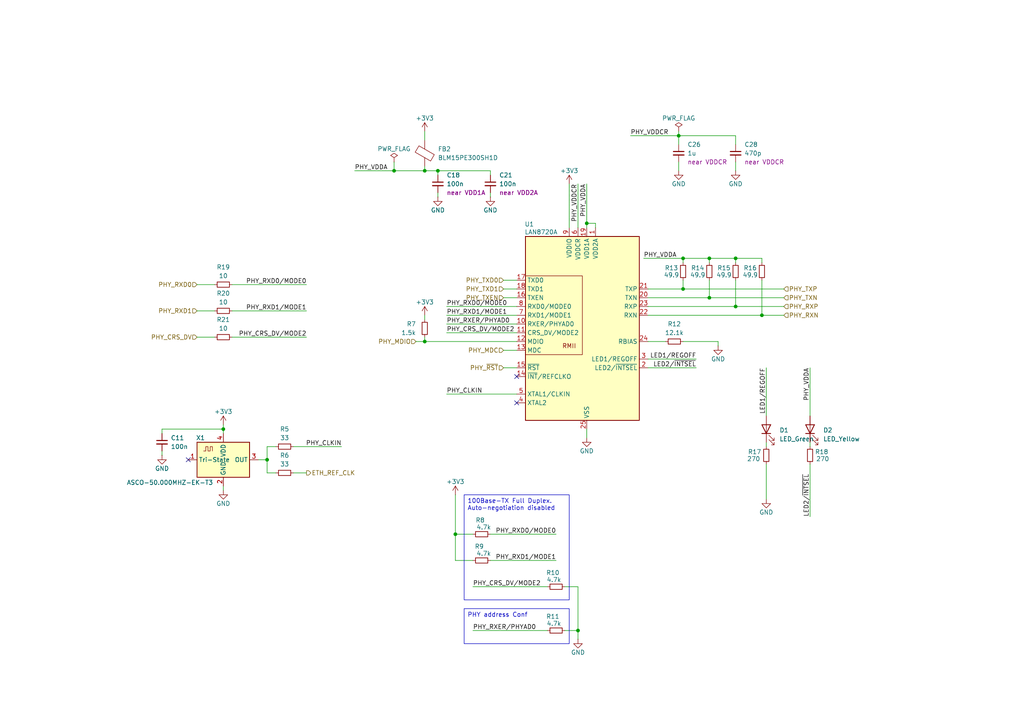
<source format=kicad_sch>
(kicad_sch (version 20231120) (generator "eeschema") (generator_version "8.0")
  (paper "A4")
  (lib_symbols
    (symbol "Device:C_Small" (pin_numbers hide) (pin_names (offset 0.254) hide)
      (property "Reference" "C" (at 0.254 1.778 0))
      (property "Value" "C_Small" (at 0.254 -2.032 0))
      (symbol "C_Small_0_1"
        (polyline (pts (xy -1.524 -0.508) (xy 1.524 -0.508)) (stroke (width 0.3302)))
        (polyline (pts (xy -1.524 0.508) (xy 1.524 0.508)) (stroke (width 0.3048)))
      )
      (symbol "C_Small_1_1"
        (pin passive line (at 0 2.54 270) (length 2.032) (name "~") (number "1"))
        (pin passive line (at 0 -2.54 90) (length 2.032) (name "~") (number "2"))
      )
    )
    (symbol "Device:FerriteBead" (pin_numbers hide) (pin_names (offset 0))
      (property "Reference" "FB" (at -3.81 0.635 90))
      (property "Value" "FerriteBead" (at 3.81 0 90))
      (symbol "FerriteBead_0_1"
        (polyline (pts (xy 0 -1.27) (xy 0 -1.2192)))
        (polyline (pts (xy 0 1.27) (xy 0 1.2954)))
        (polyline (pts (xy -2.7686 0.4064) (xy -1.7018 2.2606) (xy 2.7686 -0.3048) (xy 1.6764 -2.159) (xy -2.7686 0.4064)))
      )
      (symbol "FerriteBead_1_1"
        (pin passive line (at 0 3.81 270) (length 2.54) (name "~") (number "1"))
        (pin passive line (at 0 -3.81 90) (length 2.54) (name "~") (number "2"))
      )
    )
    (symbol "Device:LED" (pin_numbers hide) (pin_names (offset 1.016) hide)
      (property "Reference" "D" (at 0 2.54 0))
      (property "Value" "LED" (at 0 -2.54 0))
      (symbol "LED_0_1"
        (polyline (pts (xy -1.27 -1.27) (xy -1.27 1.27)) (stroke (width 0.254)))
        (polyline (pts (xy -1.27 0) (xy 1.27 0)))
        (polyline (pts (xy 1.27 -1.27) (xy 1.27 1.27) (xy -1.27 0) (xy 1.27 -1.27)) (stroke (width 0.254)))
        (polyline (pts (xy -3.048 -0.762) (xy -4.572 -2.286) (xy -3.81 -2.286) (xy -4.572 -2.286) (xy -4.572 -1.524)))
        (polyline (pts (xy -1.778 -0.762) (xy -3.302 -2.286) (xy -2.54 -2.286) (xy -3.302 -2.286) (xy -3.302 -1.524)))
      )
      (symbol "LED_1_1"
        (pin passive line (at -3.81 0 0) (length 2.54) (name "K") (number "1"))
        (pin passive line (at 3.81 0 180) (length 2.54) (name "A") (number "2"))
      )
    )
    (symbol "Device:R_Small" (pin_numbers hide) (pin_names (offset 0.254) hide)
      (property "Reference" "R" (at 0.762 0.508 0))
      (property "Value" "R_Small" (at 0.762 -1.016 0))
      (symbol "R_Small_0_1"
        (rectangle (start -0.762 1.778) (end 0.762 -1.778) (stroke (width 0.2032)))
      )
      (symbol "R_Small_1_1"
        (pin passive line (at 0 2.54 270) (length 0.762) (name "~") (number "1"))
        (pin passive line (at 0 -2.54 90) (length 0.762) (name "~") (number "2"))
      )
    )
    (symbol "Interface_Ethernet:LAN8720A"
      (property "Reference" "U" (at -13.97 29.21 0))
      (property "Value" "LAN8720A" (at 15.24 29.21 0))
      (symbol "LAN8720A_0_0"
        (text "RMII" (at -5.08 -3.81 0) (effects (font (size 1.27 1.27))))
      )
      (symbol "LAN8720A_0_1"
        (rectangle (start -17.78 27.94) (end 15.24 -25.4) (stroke (width 0.254)) (fill (type background)))
        (polyline (pts (xy -17.78 -6.35) (xy -1.27 -6.35) (xy -1.27 16.51) (xy -17.78 16.51)))
      )
      (symbol "LAN8720A_1_1"
        (pin power_in line (at 2.54 30.48 270) (length 2.54) (name "VDD2A") (number "1"))
        (pin output line (at -20.32 2.54 0) (length 2.54) (name "RXER/PHYAD0") (number "10"))
        (pin bidirectional line (at -20.32 0 0) (length 2.54) (name "CRS_DV/MODE2") (number "11"))
        (pin bidirectional line (at -20.32 -2.54 0) (length 2.54) (name "MDIO") (number "12"))
        (pin input line (at -20.32 -5.08 0) (length 2.54) (name "MDC") (number "13"))
        (pin output line (at -20.32 -12.7 0) (length 2.54) (name "~{INT}/REFCLKO") (number "14"))
        (pin input line (at -20.32 -10.16 0) (length 2.54) (name "~{RST}") (number "15"))
        (pin input line (at -20.32 10.16 0) (length 2.54) (name "TXEN") (number "16"))
        (pin input line (at -20.32 15.24 0) (length 2.54) (name "TXD0") (number "17"))
        (pin input line (at -20.32 12.7 0) (length 2.54) (name "TXD1") (number "18"))
        (pin power_in line (at 0 30.48 270) (length 2.54) (name "VDD1A") (number "19"))
        (pin bidirectional line (at 17.78 -10.16 180) (length 2.54) (name "LED2/~{INTSEL}") (number "2"))
        (pin bidirectional line (at 17.78 10.16 180) (length 2.54) (name "TXN") (number "20"))
        (pin bidirectional line (at 17.78 12.7 180) (length 2.54) (name "TXP") (number "21"))
        (pin bidirectional line (at 17.78 5.08 180) (length 2.54) (name "RXN") (number "22"))
        (pin bidirectional line (at 17.78 7.62 180) (length 2.54) (name "RXP") (number "23"))
        (pin passive line (at 17.78 -2.54 180) (length 2.54) (name "RBIAS") (number "24"))
        (pin power_in line (at 0 -27.94 90) (length 2.54) (name "VSS") (number "25"))
        (pin bidirectional line (at 17.78 -7.62 180) (length 2.54) (name "LED1/REGOFF") (number "3"))
        (pin output line (at -20.32 -20.32 0) (length 2.54) (name "XTAL2") (number "4"))
        (pin input line (at -20.32 -17.78 0) (length 2.54) (name "XTAL1/CLKIN") (number "5"))
        (pin power_in line (at -2.54 30.48 270) (length 2.54) (name "VDDCR") (number "6"))
        (pin bidirectional line (at -20.32 5.08 0) (length 2.54) (name "RXD1/MODE1") (number "7"))
        (pin bidirectional line (at -20.32 7.62 0) (length 2.54) (name "RXD0/MODE0") (number "8"))
        (pin power_in line (at -5.08 30.48 270) (length 2.54) (name "VDDIO") (number "9"))
      )
    )
    (symbol "Oscillator:ASCO"
      (property "Reference" "X" (at -7.62 6.35 0))
      (property "Value" "ASCO" (at 1.27 -6.35 0))
      (symbol "ASCO_0_1"
        (rectangle (start -7.62 5.08) (end 7.62 -5.08) (stroke (width 0.254)) (fill (type background)))
        (polyline (pts (xy -5.715 2.54) (xy -5.08 2.54) (xy -5.08 3.81) (xy -4.445 3.81) (xy -4.445 2.54) (xy -3.81 2.54) (xy -3.81 3.81) (xy -3.175 3.81) (xy -3.175 2.54)))
      )
      (symbol "ASCO_1_1"
        (pin input line (at -10.16 0 0) (length 2.54) (name "Tri-State") (number "1"))
        (pin power_in line (at 0 -7.62 90) (length 2.54) (name "GND") (number "2"))
        (pin output line (at 10.16 0 180) (length 2.54) (name "OUT") (number "3"))
        (pin power_in line (at 0 7.62 270) (length 2.54) (name "VDD") (number "4"))
      )
    )
    (symbol "power:+3V3" (power) (pin_numbers hide) (pin_names (offset 0) hide)
      (property "Value" "+3V3" (at 0 3.556 0))
      (symbol "+3V3_0_1"
        (polyline (pts (xy -0.762 1.27) (xy 0 2.54)))
        (polyline (pts (xy 0 0) (xy 0 2.54)))
        (polyline (pts (xy 0 2.54) (xy 0.762 1.27)))
      )
      (symbol "+3V3_1_1"
        (pin power_in line (at 0 0 90) (length 0) (name "~") (number "1"))
      )
    )
    (symbol "power:GND" (power) (pin_numbers hide) (pin_names (offset 0) hide)
      (property "Value" "GND" (at 0 -3.81 0))
      (symbol "GND_0_1"
        (polyline (pts (xy 0 0) (xy 0 -1.27) (xy 1.27 -1.27) (xy 0 -2.54) (xy -1.27 -1.27) (xy 0 -1.27)))
      )
      (symbol "GND_1_1"
        (pin power_in line (at 0 0 270) (length 0) (name "~") (number "1"))
      )
    )
    (symbol "power:PWR_FLAG" (power) (pin_numbers hide) (pin_names (offset 0) hide)
      (property "Value" "PWR_FLAG" (at 0 3.81 0))
      (symbol "PWR_FLAG_0_0"
        (pin power_out line (at 0 0 90) (length 0) (name "~") (number "1"))
      )
      (symbol "PWR_FLAG_0_1"
        (polyline (pts (xy 0 0) (xy 0 1.27) (xy -1.016 1.905) (xy 0 2.54) (xy 1.016 1.905) (xy 0 1.27)))
      )
    )
  )
  (junction (at 64.77 124.46))
  (junction (at 123.19 49.53))
  (junction (at 132.08 154.94))
  (junction (at 196.85 39.37))
  (junction (at 198.12 74.93))
  (junction (at 213.36 74.93))
  (junction (at 127 49.53))
  (junction (at 198.12 83.82))
  (junction (at 170.18 64.77))
  (junction (at 205.74 86.36))
  (junction (at 220.98 91.44))
  (junction (at 114.3 49.53))
  (junction (at 167.64 182.88))
  (junction (at 205.74 74.93))
  (junction (at 123.19 99.06))
  (junction (at 77.47 133.35))
  (junction (at 213.36 88.9))
  (no_connect (at 54.61 133.35))
  (no_connect (at 149.86 109.22))
  (no_connect (at 149.86 116.84))
  (wire (pts (xy 146.05 86.36) (xy 149.86 86.36)))
  (wire (pts (xy 213.36 81.28) (xy 213.36 88.9)))
  (wire (pts (xy 213.36 74.93) (xy 220.98 74.93)))
  (wire (pts (xy 234.95 134.62) (xy 234.95 149.86)))
  (wire (pts (xy 234.95 106.68) (xy 234.95 120.65)))
  (wire (pts (xy 46.99 130.81) (xy 46.99 132.08)))
  (wire (pts (xy 132.08 143.51) (xy 132.08 154.94)))
  (wire (pts (xy 182.88 39.37) (xy 196.85 39.37)))
  (wire (pts (xy 196.85 38.1) (xy 196.85 39.37)))
  (wire (pts (xy 163.83 170.18) (xy 167.64 170.18)))
  (wire (pts (xy 64.77 125.73) (xy 64.77 124.46)))
  (wire (pts (xy 186.69 74.93) (xy 198.12 74.93)))
  (wire (pts (xy 129.54 93.98) (xy 149.86 93.98)))
  (wire (pts (xy 114.3 46.99) (xy 114.3 49.53)))
  (wire (pts (xy 123.19 38.1) (xy 123.19 40.64)))
  (wire (pts (xy 57.15 97.79) (xy 62.23 97.79)))
  (wire (pts (xy 167.64 185.42) (xy 167.64 182.88)))
  (wire (pts (xy 208.28 99.06) (xy 208.28 100.33)))
  (wire (pts (xy 137.16 170.18) (xy 158.75 170.18)))
  (wire (pts (xy 163.83 182.88) (xy 167.64 182.88)))
  (wire (pts (xy 222.25 106.68) (xy 222.25 120.65)))
  (wire (pts (xy 227.33 91.44) (xy 220.98 91.44)))
  (wire (pts (xy 222.25 128.27) (xy 222.25 129.54)))
  (wire (pts (xy 146.05 106.68) (xy 149.86 106.68)))
  (wire (pts (xy 172.72 64.77) (xy 172.72 66.04)))
  (wire (pts (xy 196.85 39.37) (xy 196.85 41.91)))
  (wire (pts (xy 132.08 162.56) (xy 132.08 154.94)))
  (wire (pts (xy 227.33 83.82) (xy 198.12 83.82)))
  (wire (pts (xy 123.19 97.79) (xy 123.19 99.06)))
  (wire (pts (xy 127 49.53) (xy 142.24 49.53)))
  (wire (pts (xy 74.93 133.35) (xy 77.47 133.35)))
  (wire (pts (xy 234.95 128.27) (xy 234.95 129.54)))
  (wire (pts (xy 137.16 182.88) (xy 158.75 182.88)))
  (wire (pts (xy 64.77 123.19) (xy 64.77 124.46)))
  (wire (pts (xy 77.47 129.54) (xy 80.01 129.54)))
  (wire (pts (xy 170.18 64.77) (xy 172.72 64.77)))
  (wire (pts (xy 187.96 88.9) (xy 213.36 88.9)))
  (wire (pts (xy 64.77 124.46) (xy 46.99 124.46)))
  (wire (pts (xy 170.18 64.77) (xy 170.18 66.04)))
  (wire (pts (xy 129.54 114.3) (xy 149.86 114.3)))
  (wire (pts (xy 137.16 162.56) (xy 132.08 162.56)))
  (wire (pts (xy 198.12 74.93) (xy 205.74 74.93)))
  (wire (pts (xy 227.33 88.9) (xy 213.36 88.9)))
  (wire (pts (xy 205.74 81.28) (xy 205.74 86.36)))
  (wire (pts (xy 205.74 74.93) (xy 213.36 74.93)))
  (wire (pts (xy 201.93 104.14) (xy 187.96 104.14)))
  (wire (pts (xy 142.24 55.88) (xy 142.24 57.15)))
  (wire (pts (xy 85.09 137.16) (xy 88.9 137.16)))
  (wire (pts (xy 85.09 129.54) (xy 99.06 129.54)))
  (wire (pts (xy 123.19 91.44) (xy 123.19 92.71)))
  (wire (pts (xy 77.47 133.35) (xy 77.47 137.16)))
  (wire (pts (xy 170.18 53.34) (xy 170.18 64.77)))
  (wire (pts (xy 187.96 86.36) (xy 205.74 86.36)))
  (wire (pts (xy 161.29 162.56) (xy 142.24 162.56)))
  (wire (pts (xy 123.19 48.26) (xy 123.19 49.53)))
  (wire (pts (xy 123.19 99.06) (xy 149.86 99.06)))
  (wire (pts (xy 114.3 49.53) (xy 123.19 49.53)))
  (wire (pts (xy 146.05 101.6) (xy 149.86 101.6)))
  (wire (pts (xy 205.74 74.93) (xy 205.74 76.2)))
  (wire (pts (xy 80.01 137.16) (xy 77.47 137.16)))
  (wire (pts (xy 220.98 81.28) (xy 220.98 91.44)))
  (wire (pts (xy 227.33 86.36) (xy 205.74 86.36)))
  (wire (pts (xy 102.87 49.53) (xy 114.3 49.53)))
  (wire (pts (xy 127 55.88) (xy 127 57.15)))
  (wire (pts (xy 187.96 83.82) (xy 198.12 83.82)))
  (wire (pts (xy 142.24 50.8) (xy 142.24 49.53)))
  (wire (pts (xy 67.31 90.17) (xy 88.9 90.17)))
  (wire (pts (xy 213.36 41.91) (xy 213.36 39.37)))
  (wire (pts (xy 196.85 39.37) (xy 213.36 39.37)))
  (wire (pts (xy 165.1 53.34) (xy 165.1 66.04)))
  (wire (pts (xy 220.98 76.2) (xy 220.98 74.93)))
  (wire (pts (xy 187.96 99.06) (xy 193.04 99.06)))
  (wire (pts (xy 57.15 82.55) (xy 62.23 82.55)))
  (wire (pts (xy 123.19 49.53) (xy 127 49.53)))
  (wire (pts (xy 129.54 96.52) (xy 149.86 96.52)))
  (wire (pts (xy 198.12 99.06) (xy 208.28 99.06)))
  (wire (pts (xy 213.36 74.93) (xy 213.36 76.2)))
  (wire (pts (xy 129.54 91.44) (xy 149.86 91.44)))
  (wire (pts (xy 46.99 124.46) (xy 46.99 125.73)))
  (wire (pts (xy 167.64 170.18) (xy 167.64 182.88)))
  (wire (pts (xy 170.18 124.46) (xy 170.18 127)))
  (wire (pts (xy 137.16 154.94) (xy 132.08 154.94)))
  (wire (pts (xy 222.25 134.62) (xy 222.25 144.78)))
  (wire (pts (xy 129.54 88.9) (xy 149.86 88.9)))
  (wire (pts (xy 198.12 81.28) (xy 198.12 83.82)))
  (wire (pts (xy 57.15 90.17) (xy 62.23 90.17)))
  (wire (pts (xy 198.12 74.93) (xy 198.12 76.2)))
  (wire (pts (xy 127 50.8) (xy 127 49.53)))
  (wire (pts (xy 67.31 97.79) (xy 88.9 97.79)))
  (wire (pts (xy 146.05 81.28) (xy 149.86 81.28)))
  (wire (pts (xy 64.77 140.97) (xy 64.77 142.24)))
  (wire (pts (xy 77.47 133.35) (xy 77.47 129.54)))
  (wire (pts (xy 187.96 91.44) (xy 220.98 91.44)))
  (wire (pts (xy 201.93 106.68) (xy 187.96 106.68)))
  (wire (pts (xy 67.31 82.55) (xy 88.9 82.55)))
  (wire (pts (xy 167.64 53.34) (xy 167.64 66.04)))
  (wire (pts (xy 161.29 154.94) (xy 142.24 154.94)))
  (wire (pts (xy 120.65 99.06) (xy 123.19 99.06)))
  (wire (pts (xy 146.05 83.82) (xy 149.86 83.82)))
  (wire (pts (xy 213.36 46.99) (xy 213.36 49.53)))
  (wire (pts (xy 196.85 46.99) (xy 196.85 49.53)))
  (text_box "PHY address Conf" (at 134.62 176.53 0) (size 30.48 10.16) (effects (font (size 1.27 1.27)) (justify left top)))
  (text_box "100Base-TX Full Duplex. Auto-negotiation disabled" (at 134.62 143.51 0) (size 30.48 30.48) (effects (font (size 1.27 1.27)) (justify left top)))
  (label "PHY_VDDA" (at 186.69 74.93 0))
  (label "PHY_RXD0{slash}MODE0" (at 129.54 88.9 0))
  (label "PHY_RXD0{slash}MODE0" (at 161.29 154.94 180))
  (label "LED1/REGOFF" (at 222.25 106.68 270))
  (label "PHY_RXER{slash}PHYAD0" (at 129.54 93.98 0))
  (label "PHY_CLKIN" (at 99.06 129.54 180))
  (label "PHY_RXD1{slash}MODE1" (at 129.54 91.44 0))
  (label "PHY_CRS_DV{slash}MODE2" (at 137.16 170.18 0))
  (label "PHY_CRS_DV{slash}MODE2" (at 129.54 96.52 0))
  (label "PHY_VDDA" (at 102.87 49.53 0))
  (label "PHY_VDDA" (at 234.95 106.68 270))
  (label "PHY_VDDA" (at 170.18 53.34 270))
  (label "PHY_RXD0{slash}MODE0" (at 88.9 82.55 180))
  (label "LED2/~{INTSEL}" (at 201.93 106.68 180))
  (label "PHY_VDDCR" (at 182.88 39.37 0))
  (label "PHY_RXD1{slash}MODE1" (at 161.29 162.56 180))
  (label "LED2/~{INTSEL}" (at 234.95 149.86 90))
  (label "PHY_CLKIN" (at 129.54 114.3 0))
  (label "PHY_RXD1{slash}MODE1" (at 88.9 90.17 180))
  (label "PHY_CRS_DV{slash}MODE2" (at 88.9 97.79 180))
  (label "LED1/REGOFF" (at 201.93 104.14 180))
  (label "PHY_RXER{slash}PHYAD0" (at 137.16 182.88 0))
  (label "PHY_VDDCR" (at 167.64 53.34 270))
  (hierarchical_label "PHY_MDC" (shape input) (at 146.05 101.6 180))
  (hierarchical_label "PHY_TXEN" (shape input) (at 146.05 86.36 180))
  (hierarchical_label "PHY_TXP" (shape input) (at 227.33 83.82 0))
  (hierarchical_label "PHY_RXD0" (shape input) (at 57.15 82.55 180))
  (hierarchical_label "PHY_TXD0" (shape input) (at 146.05 81.28 180))
  (hierarchical_label "PHY_TXD1" (shape input) (at 146.05 83.82 180))
  (hierarchical_label "PHY_TXN" (shape input) (at 227.33 86.36 0))
  (hierarchical_label "PHY_RXN" (shape input) (at 227.33 91.44 0))
  (hierarchical_label "PHY_RXD1" (shape input) (at 57.15 90.17 180))
  (hierarchical_label "ETH_REF_CLK" (shape output) (at 88.9 137.16 0))
  (hierarchical_label "PHY_~{RST}" (shape input) (at 146.05 106.68 180))
  (hierarchical_label "PHY_RXP" (shape input) (at 227.33 88.9 0))
  (hierarchical_label "PHY_CRS_DV" (shape input) (at 57.15 97.79 180))
  (hierarchical_label "PHY_MDIO" (shape input) (at 120.65 99.06 180))
  (symbol (lib_id "Device:R_Small") (at 139.7 162.56 270) (unit 1)
    (property "Reference" "R9" (at 137.668 158.496 90) (effects (justify left)))
    (property "Value" "4.7k" (at 138.176 160.528 90) (effects (justify left)))
    (property "Footprint" "Resistor_SMD:R_0402_1005Metric_Pad0.72x0.64mm_HandSolder" (effects (hide yes)))
    (property "Description" "Resistor, small symbol" (effects (hide yes)))
    (property "Mouser Part Number" "652-CR0402FX-4701GLF" (effects (hide yes)))
  )
  (symbol (lib_id "Interface_Ethernet:LAN8720A") (at 170.18 96.52 0) (unit 1)
    (property "Reference" "U1" (at 152.146 65.024 0) (effects (justify left)))
    (property "Value" "LAN8720A" (at 152.146 67.31 0) (effects (justify left)))
    (property "Footprint" "Package_DFN_QFN:VQFN-24-1EP_4x4mm_P0.5mm_EP2.5x2.5mm_ThermalVias" (effects (hide yes)))
    (property "Datasheet" "http://ww1.microchip.com/downloads/en/DeviceDoc/8720a.pdf" (effects (hide yes)))
    (property "Description" "LAN8720 Ethernet PHY with RMII interface, QFN-24" (effects (hide yes)))
    (property "Mouser Part Number" "579-LAN8720ACPTRABC" (effects (hide yes)))
  )
  (symbol (lib_id "power:+3V3") (at 132.08 143.51 0) (unit 1)
    (property "Reference" "#PWR033" (effects (hide yes)))
    (property "Value" "+3V3" (at 132.08 139.7 0))
    (property "Description" "Power symbol creates a global label with name \"+3V3\"" (effects (hide yes)))
  )
  (symbol (lib_id "Device:R_Small") (at 213.36 78.74 0) (mirror x) (unit 1)
    (property "Reference" "R15" (at 208.026 77.724 0) (effects (justify left)))
    (property "Value" "49.9" (at 207.772 79.756 0) (effects (justify left)))
    (property "Footprint" "Resistor_SMD:R_0402_1005Metric_Pad0.72x0.64mm_HandSolder" (effects (hide yes)))
    (property "Description" "Resistor, small symbol" (effects (hide yes)))
    (property "Mouser Part Number" "652-CR0402FX-49R9GLF" (effects (hide yes)))
  )
  (symbol (lib_id "power:+3V3") (at 123.19 38.1 0) (unit 1)
    (property "Reference" "#PWR027" (effects (hide yes)))
    (property "Value" "+3V3" (at 123.19 34.29 0))
    (property "Description" "Power symbol creates a global label with name \"+3V3\"" (effects (hide yes)))
  )
  (symbol (lib_id "power:GND") (at 208.28 100.33 0) (unit 1)
    (property "Reference" "#PWR039" (effects (hide yes)))
    (property "Value" "GND" (at 208.28 104.14 0))
    (property "Description" "Power symbol creates a global label with name \"GND\" , ground" (effects (hide yes)))
  )
  (symbol (lib_id "Device:C_Small") (at 142.24 53.34 0) (unit 1)
    (property "Reference" "C21" (at 144.78 50.8062 0) (effects (justify left)))
    (property "Value" "100n" (at 144.78 53.3462 0) (effects (justify left)))
    (property "Footprint" "Capacitor_SMD:C_0402_1005Metric_Pad0.74x0.62mm_HandSolder" (effects (hide yes)))
    (property "Description" "Unpolarized capacitor, small symbol" (effects (hide yes)))
    (property "note" "near VDD2A" (at 144.78 55.8862 0) (effects (justify left)))
    (property "Mouser Part Number" "187-80-C0402C104K4R7867" (effects (hide yes)))
  )
  (symbol (lib_id "Device:R_Small") (at 220.98 78.74 0) (mirror x) (unit 1)
    (property "Reference" "R16" (at 215.646 77.724 0) (effects (justify left)))
    (property "Value" "49.9" (at 215.392 79.756 0) (effects (justify left)))
    (property "Footprint" "Resistor_SMD:R_0402_1005Metric_Pad0.72x0.64mm_HandSolder" (effects (hide yes)))
    (property "Description" "Resistor, small symbol" (effects (hide yes)))
    (property "Mouser Part Number" "652-CR0402FX-49R9GLF" (effects (hide yes)))
  )
  (symbol (lib_id "Device:R_Small") (at 139.7 154.94 270) (unit 1)
    (property "Reference" "R8" (at 137.922 150.876 90) (effects (justify left)))
    (property "Value" "4.7k" (at 138.176 152.908 90) (effects (justify left)))
    (property "Footprint" "Resistor_SMD:R_0402_1005Metric_Pad0.72x0.64mm_HandSolder" (effects (hide yes)))
    (property "Description" "Resistor, small symbol" (effects (hide yes)))
    (property "Mouser Part Number" "652-CR0402FX-4701GLF" (effects (hide yes)))
  )
  (symbol (lib_id "power:GND") (at 196.85 49.53 0) (unit 1)
    (property "Reference" "#PWR038" (effects (hide yes)))
    (property "Value" "GND" (at 196.85 53.34 0))
    (property "Description" "Power symbol creates a global label with name \"GND\" , ground" (effects (hide yes)))
  )
  (symbol (lib_id "Oscillator:ASCO") (at 64.77 133.35 0) (unit 1)
    (property "Reference" "X1" (at 58.166 127 0))
    (property "Value" "ASCO-50.000MHZ-EK-T3" (at 49.276 139.954 0))
    (property "Footprint" "Oscillator:Oscillator_SMD_Abracon_ASCO-4Pin_1.6x1.2mm" (effects (hide yes)))
    (property "Datasheet" "https://abracon.com/Oscillators/ASCO.pdf" (effects (hide yes)))
    (property "Description" "Crystal Clock Oscillator, Abracon ASCO" (effects (hide yes)))
    (property "Mouser Part Number" "815-ASCO-50-EK-T3" (effects (hide yes)))
  )
  (symbol (lib_id "power:PWR_FLAG") (at 114.3 46.99 0) (unit 1)
    (property "Reference" "#FLG07" (effects (hide yes)))
    (property "Value" "PWR_FLAG" (at 114.3 43.18 0))
    (property "Description" "Special symbol for telling ERC where power comes from" (effects (hide yes)))
  )
  (symbol (lib_id "power:GND") (at 222.25 144.78 0) (unit 1)
    (property "Reference" "#PWR041" (effects (hide yes)))
    (property "Value" "GND" (at 222.25 148.59 0))
    (property "Description" "Power symbol creates a global label with name \"GND\" , ground" (effects (hide yes)))
  )
  (symbol (lib_id "power:GND") (at 46.99 132.08 0) (unit 1)
    (property "Reference" "#PWR01" (effects (hide yes)))
    (property "Value" "GND" (at 46.99 135.89 0))
    (property "Description" "Power symbol creates a global label with name \"GND\" , ground" (effects (hide yes)))
  )
  (symbol (lib_id "power:PWR_FLAG") (at 196.85 38.1 0) (unit 1)
    (property "Reference" "#FLG08" (effects (hide yes)))
    (property "Value" "PWR_FLAG" (at 196.85 34.29 0))
    (property "Description" "Special symbol for telling ERC where power comes from" (effects (hide yes)))
  )
  (symbol (lib_id "Device:R_Small") (at 64.77 82.55 90) (mirror x) (unit 1)
    (property "Reference" "R19" (at 64.77 77.47 90))
    (property "Value" "10" (at 64.77 80.01 90))
    (property "Footprint" "Resistor_SMD:R_0402_1005Metric_Pad0.72x0.64mm_HandSolder" (effects (hide yes)))
    (property "Description" "Resistor, small symbol" (effects (hide yes)))
    (property "Mouser Part Number" "652-CR0402FX-10R0GLF" (effects (hide yes)))
  )
  (symbol (lib_id "Device:R_Small") (at 198.12 78.74 0) (mirror x) (unit 1)
    (property "Reference" "R13" (at 192.786 77.724 0) (effects (justify left)))
    (property "Value" "49.9" (at 192.532 79.756 0) (effects (justify left)))
    (property "Footprint" "Resistor_SMD:R_0402_1005Metric_Pad0.72x0.64mm_HandSolder" (effects (hide yes)))
    (property "Description" "Resistor, small symbol" (effects (hide yes)))
    (property "Mouser Part Number" "652-CR0402FX-49R9GLF" (effects (hide yes)))
  )
  (symbol (lib_id "Device:C_Small") (at 127 53.34 0) (unit 1)
    (property "Reference" "C18" (at 129.54 50.8062 0) (effects (justify left)))
    (property "Value" "100n" (at 129.54 53.3462 0) (effects (justify left)))
    (property "Footprint" "Capacitor_SMD:C_0402_1005Metric_Pad0.74x0.62mm_HandSolder" (effects (hide yes)))
    (property "Description" "Unpolarized capacitor, small symbol" (effects (hide yes)))
    (property "note" "near VDD1A" (at 129.54 55.8862 0) (effects (justify left)))
    (property "Mouser Part Number" "187-80-C0402C104K4R7867" (effects (hide yes)))
  )
  (symbol (lib_id "Device:R_Small") (at 64.77 97.79 90) (mirror x) (unit 1)
    (property "Reference" "R21" (at 64.77 92.71 90))
    (property "Value" "10" (at 64.77 95.25 90))
    (property "Footprint" "Resistor_SMD:R_0402_1005Metric_Pad0.72x0.64mm_HandSolder" (effects (hide yes)))
    (property "Description" "Resistor, small symbol" (effects (hide yes)))
    (property "Mouser Part Number" "652-CR0402FX-10R0GLF" (effects (hide yes)))
  )
  (symbol (lib_id "Device:C_Small") (at 213.36 44.45 0) (unit 1)
    (property "Reference" "C28" (at 215.9 41.9162 0) (effects (justify left)))
    (property "Value" "470p" (at 215.9 44.4562 0) (effects (justify left)))
    (property "Footprint" "Capacitor_SMD:C_0402_1005Metric_Pad0.74x0.62mm_HandSolder" (effects (hide yes)))
    (property "Description" "Unpolarized capacitor, small symbol" (effects (hide yes)))
    (property "note" "near VDDCR" (at 215.9 46.9962 0) (effects (justify left)))
    (property "Mouser Part Number" "187-CL05C471JB5NNWC" (effects (hide yes)))
  )
  (symbol (lib_id "Device:R_Small") (at 82.55 137.16 90) (mirror x) (unit 1)
    (property "Reference" "R6" (at 82.55 132.08 90))
    (property "Value" "33" (at 82.55 134.62 90))
    (property "Footprint" "Resistor_SMD:R_0402_1005Metric_Pad0.72x0.64mm_HandSolder" (effects (hide yes)))
    (property "Description" "Resistor, small symbol" (effects (hide yes)))
    (property "Mouser Part Number" "652-CR0402FX-33R0GLF" (effects (hide yes)))
  )
  (symbol (lib_id "Device:FerriteBead") (at 123.19 44.45 180) (unit 1)
    (property "Reference" "FB2" (at 127 43.2307 0) (effects (justify right)))
    (property "Value" "BLM15PE300SH1D" (at 127 45.7707 0) (effects (justify right)))
    (property "Footprint" "Inductor_SMD:L_0402_1005Metric_Pad0.77x0.64mm_HandSolder" (effects (hide yes)))
    (property "Description" "Ferrite bead" (effects (hide yes)))
    (property "Mouser Part Number" "81-BLM15PE300SH1D" (effects (hide yes)))
  )
  (symbol (lib_id "power:+3V3") (at 64.77 123.19 0) (unit 1)
    (property "Reference" "#PWR016" (effects (hide yes)))
    (property "Value" "+3V3" (at 64.77 119.38 0))
    (property "Description" "Power symbol creates a global label with name \"+3V3\"" (effects (hide yes)))
  )
  (symbol (lib_id "Device:R_Small") (at 161.29 182.88 90) (mirror x) (unit 1)
    (property "Reference" "R11" (at 162.306 178.816 90) (effects (justify left)))
    (property "Value" "4.7k" (at 162.814 180.848 90) (effects (justify left)))
    (property "Footprint" "Resistor_SMD:R_0402_1005Metric_Pad0.72x0.64mm_HandSolder" (effects (hide yes)))
    (property "Description" "Resistor, small symbol" (effects (hide yes)))
    (property "Mouser Part Number" "652-CR0402FX-4701GLF" (effects (hide yes)))
  )
  (symbol (lib_id "Device:C_Small") (at 46.99 128.27 0) (unit 1)
    (property "Reference" "C11" (at 49.53 127.0062 0) (effects (justify left)))
    (property "Value" "100n" (at 49.53 129.5462 0) (effects (justify left)))
    (property "Footprint" "Capacitor_SMD:C_0402_1005Metric_Pad0.74x0.62mm_HandSolder" (effects (hide yes)))
    (property "Description" "Unpolarized capacitor, small symbol" (effects (hide yes)))
    (property "Mouser Part Number" "187-80-C0402C104K4R7867" (effects (hide yes)))
  )
  (symbol (lib_id "power:GND") (at 127 57.15 0) (unit 1)
    (property "Reference" "#PWR032" (effects (hide yes)))
    (property "Value" "GND" (at 127 60.96 0))
    (property "Description" "Power symbol creates a global label with name \"GND\" , ground" (effects (hide yes)))
  )
  (symbol (lib_id "power:+3V3") (at 123.19 91.44 0) (unit 1)
    (property "Reference" "#PWR029" (effects (hide yes)))
    (property "Value" "+3V3" (at 123.19 87.63 0))
    (property "Description" "Power symbol creates a global label with name \"+3V3\"" (effects (hide yes)))
  )
  (symbol (lib_id "Device:R_Small") (at 205.74 78.74 0) (mirror x) (unit 1)
    (property "Reference" "R14" (at 200.406 77.724 0) (effects (justify left)))
    (property "Value" "49.9" (at 200.152 79.756 0) (effects (justify left)))
    (property "Footprint" "Resistor_SMD:R_0402_1005Metric_Pad0.72x0.64mm_HandSolder" (effects (hide yes)))
    (property "Description" "Resistor, small symbol" (effects (hide yes)))
    (property "Mouser Part Number" "652-CR0402FX-49R9GLF" (effects (hide yes)))
  )
  (symbol (lib_id "Device:LED") (at 222.25 124.46 90) (unit 1)
    (property "Reference" "D1" (at 226.06 124.7774 90) (effects (justify right)))
    (property "Value" "LED_Green" (at 226.06 127.3174 90) (effects (justify right)))
    (property "Footprint" "LED_SMD:LED_0402_1005Metric_Pad0.77x0.64mm_HandSolder" (effects (hide yes)))
    (property "Description" "Light emitting diode" (effects (hide yes)))
    (property "Mouser Part Number" "755-SML-P11MTT86R" (effects (hide yes)))
    (property "Display" "Active" (effects (hide yes)))
  )
  (symbol (lib_id "Device:R_Small") (at 234.95 132.08 180) (unit 1)
    (property "Reference" "R18" (at 240.284 131.064 0) (effects (justify left)))
    (property "Value" "270" (at 240.538 133.096 0) (effects (justify left)))
    (property "Footprint" "Resistor_SMD:R_0402_1005Metric_Pad0.72x0.64mm_HandSolder" (effects (hide yes)))
    (property "Description" "Resistor, small symbol" (effects (hide yes)))
    (property "Mouser Part Number" "652-CR0402FX-2700GLF" (effects (hide yes)))
  )
  (symbol (lib_id "Device:R_Small") (at 222.25 132.08 0) (mirror x) (unit 1)
    (property "Reference" "R17" (at 216.916 131.064 0) (effects (justify left)))
    (property "Value" "270" (at 216.662 133.096 0) (effects (justify left)))
    (property "Footprint" "Resistor_SMD:R_0402_1005Metric_Pad0.72x0.64mm_HandSolder" (effects (hide yes)))
    (property "Description" "Resistor, small symbol" (effects (hide yes)))
    (property "Mouser Part Number" "652-CR0402FX-2700GLF" (effects (hide yes)))
  )
  (symbol (lib_id "power:GND") (at 64.77 142.24 0) (unit 1)
    (property "Reference" "#PWR021" (effects (hide yes)))
    (property "Value" "GND" (at 64.77 146.05 0))
    (property "Description" "Power symbol creates a global label with name \"GND\" , ground" (effects (hide yes)))
  )
  (symbol (lib_id "power:GND") (at 170.18 127 0) (unit 1)
    (property "Reference" "#PWR037" (effects (hide yes)))
    (property "Value" "GND" (at 170.18 130.81 0))
    (property "Description" "Power symbol creates a global label with name \"GND\" , ground" (effects (hide yes)))
  )
  (symbol (lib_id "power:GND") (at 142.24 57.15 0) (unit 1)
    (property "Reference" "#PWR034" (effects (hide yes)))
    (property "Value" "GND" (at 142.24 60.96 0))
    (property "Description" "Power symbol creates a global label with name \"GND\" , ground" (effects (hide yes)))
  )
  (symbol (lib_id "Device:R_Small") (at 123.19 95.25 0) (mirror x) (unit 1)
    (property "Reference" "R7" (at 120.65 93.9799 0) (effects (justify right)))
    (property "Value" "1.5k" (at 120.65 96.5199 0) (effects (justify right)))
    (property "Footprint" "Resistor_SMD:R_0402_1005Metric_Pad0.72x0.64mm_HandSolder" (effects (hide yes)))
    (property "Description" "Resistor, small symbol" (effects (hide yes)))
    (property "Mouser Part Number" "652-CR0402FX-1501GLF" (effects (hide yes)))
  )
  (symbol (lib_id "Device:R_Small") (at 195.58 99.06 90) (mirror x) (unit 1)
    (property "Reference" "R12" (at 195.58 93.98 90))
    (property "Value" "12.1k" (at 195.58 96.52 90))
    (property "Footprint" "Resistor_SMD:R_0402_1005Metric_Pad0.72x0.64mm_HandSolder" (effects (hide yes)))
    (property "Description" "Resistor, small symbol" (effects (hide yes)))
    (property "Mouser Part Number" "652-CR0402-FX1212GLF" (effects (hide yes)))
  )
  (symbol (lib_id "power:GND") (at 213.36 49.53 0) (unit 1)
    (property "Reference" "#PWR040" (effects (hide yes)))
    (property "Value" "GND" (at 213.36 53.34 0))
    (property "Description" "Power symbol creates a global label with name \"GND\" , ground" (effects (hide yes)))
  )
  (symbol (lib_id "Device:LED") (at 234.95 124.46 90) (unit 1)
    (property "Reference" "D2" (at 238.76 124.7774 90) (effects (justify right)))
    (property "Value" "LED_Yellow" (at 238.76 127.3174 90) (effects (justify right)))
    (property "Footprint" "LED_SMD:LED_0402_1005Metric_Pad0.77x0.64mm_HandSolder" (effects (hide yes)))
    (property "Description" "Light emitting diode" (effects (hide yes)))
    (property "Mouser Part Number" "755-SML-P11YTT86R" (effects (hide yes)))
    (property "Display" "Speed" (effects (hide yes)))
  )
  (symbol (lib_id "Device:R_Small") (at 161.29 170.18 90) (mirror x) (unit 1)
    (property "Reference" "R10" (at 162.306 166.116 90) (effects (justify left)))
    (property "Value" "4.7k" (at 162.814 168.148 90) (effects (justify left)))
    (property "Footprint" "Resistor_SMD:R_0402_1005Metric_Pad0.72x0.64mm_HandSolder" (effects (hide yes)))
    (property "Description" "Resistor, small symbol" (effects (hide yes)))
    (property "Mouser Part Number" "652-CR0402FX-4701GLF" (effects (hide yes)))
  )
  (symbol (lib_id "Device:C_Small") (at 196.85 44.45 0) (unit 1)
    (property "Reference" "C26" (at 199.39 41.9162 0) (effects (justify left)))
    (property "Value" "1u" (at 199.39 44.4562 0) (effects (justify left)))
    (property "Footprint" "Capacitor_SMD:C_0402_1005Metric_Pad0.74x0.62mm_HandSolder" (effects (hide yes)))
    (property "Description" "Unpolarized capacitor, small symbol" (effects (hide yes)))
    (property "note" "near VDDCR" (at 199.39 46.9962 0) (effects (justify left)))
    (property "Mouser Part Number" "187-CL05A105KO5NNNC" (effects (hide yes)))
  )
  (symbol (lib_id "Device:R_Small") (at 82.55 129.54 90) (mirror x) (unit 1)
    (property "Reference" "R5" (at 82.55 124.46 90))
    (property "Value" "33" (at 82.55 127 90))
    (property "Footprint" "Resistor_SMD:R_0402_1005Metric_Pad0.72x0.64mm_HandSolder" (effects (hide yes)))
    (property "Description" "Resistor, small symbol" (effects (hide yes)))
    (property "Mouser Part Number" "652-CR0402FX-33R0GLF" (effects (hide yes)))
  )
  (symbol (lib_id "power:+3V3") (at 165.1 53.34 0) (unit 1)
    (property "Reference" "#PWR035" (effects (hide yes)))
    (property "Value" "+3V3" (at 165.1 49.53 0))
    (property "Description" "Power symbol creates a global label with name \"+3V3\"" (effects (hide yes)))
  )
  (symbol (lib_id "Device:R_Small") (at 64.77 90.17 90) (mirror x) (unit 1)
    (property "Reference" "R20" (at 64.77 85.09 90))
    (property "Value" "10" (at 64.77 87.63 90))
    (property "Footprint" "Resistor_SMD:R_0402_1005Metric_Pad0.72x0.64mm_HandSolder" (effects (hide yes)))
    (property "Description" "Resistor, small symbol" (effects (hide yes)))
    (property "Mouser Part Number" "652-CR0402FX-10R0GLF" (effects (hide yes)))
  )
  (symbol (lib_id "power:GND") (at 167.64 185.42 0) (unit 1)
    (property "Reference" "#PWR036" (effects (hide yes)))
    (property "Value" "GND" (at 167.64 189.23 0))
    (property "Description" "Power symbol creates a global label with name \"GND\" , ground" (effects (hide yes)))
  )
)
</source>
